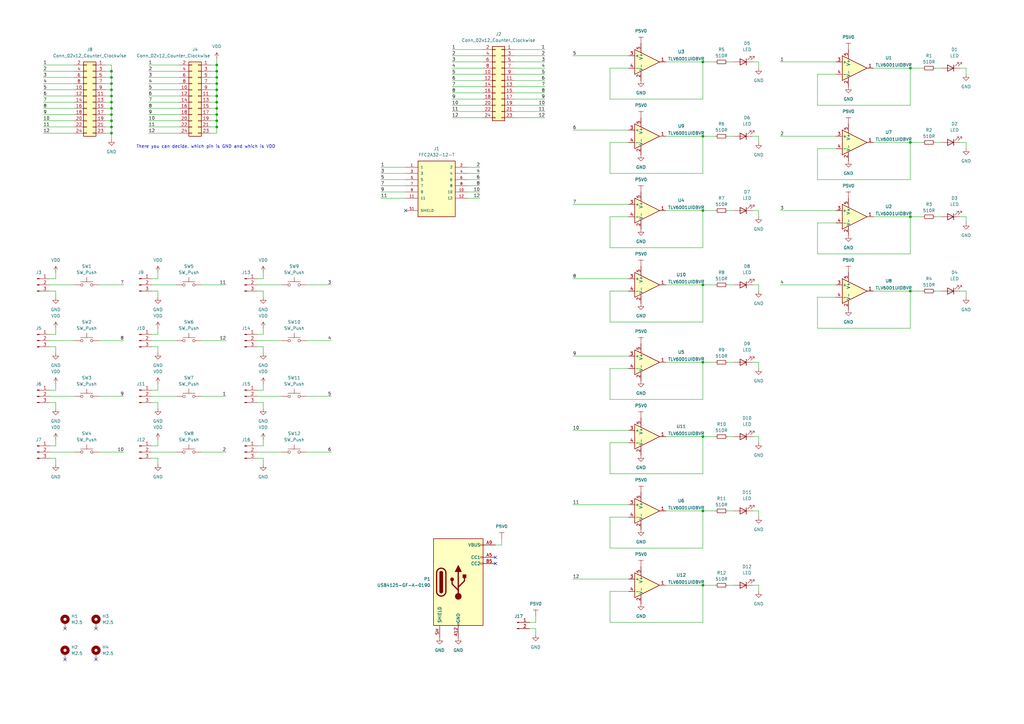
<source format=kicad_sch>
(kicad_sch (version 20230121) (generator eeschema)
  (paper "A3")
  (junction (at 88.9 44.45))
  (junction (at 45.72 41.91))
  (junction (at 88.9 31.75))
  (junction (at 45.72 34.29))
  (junction (at 45.72 49.53))
  (junction (at 288.29 86.36))
  (junction (at 288.29 148.59))
  (junction (at 288.29 25.4))
  (junction (at 288.29 240.03))
  (junction (at 288.29 179.07))
  (junction (at 373.38 27.94))
  (junction (at 45.72 29.21))
  (junction (at 88.9 52.07))
  (junction (at 88.9 26.67))
  (junction (at 288.29 55.88))
  (junction (at 88.9 46.99))
  (junction (at 45.72 46.99))
  (junction (at 373.38 119.38))
  (junction (at 373.38 88.9))
  (junction (at 45.72 44.45))
  (junction (at 288.29 209.55))
  (junction (at 88.9 39.37))
  (junction (at 288.29 116.84))
  (junction (at 88.9 49.53))
  (junction (at 45.72 54.61))
  (junction (at 45.72 39.37))
  (junction (at 45.72 52.07))
  (junction (at 88.9 36.83))
  (junction (at 373.38 58.42))
  (junction (at 88.9 41.91))
  (junction (at 88.9 29.21))
  (junction (at 88.9 34.29))
  (junction (at 45.72 31.75))
  (junction (at 45.72 36.83))
  (no_connect (at 203.2 228.6))
  (no_connect (at 26.67 270.51))
  (no_connect (at 39.37 270.51))
  (no_connect (at 39.37 257.81))
  (no_connect (at 166.37 86.36))
  (no_connect (at 203.2 231.14))
  (no_connect (at 26.67 257.81))
  (wire (pts (xy 20.32 116.84) (xy 30.48 116.84)))
  (wire (pts (xy 393.7 119.38) (xy 396.24 119.38)))
  (wire (pts (xy 20.32 187.96) (xy 22.86 187.96)))
  (wire (pts (xy 288.29 209.55) (xy 293.37 209.55)))
  (wire (pts (xy 273.05 148.59) (xy 288.29 148.59)))
  (wire (pts (xy 298.45 116.84) (xy 300.99 116.84)))
  (wire (pts (xy 257.81 27.94) (xy 250.19 27.94)))
  (wire (pts (xy 288.29 71.12) (xy 288.29 55.88)))
  (wire (pts (xy 298.45 148.59) (xy 300.99 148.59)))
  (wire (pts (xy 30.48 44.45) (xy 17.78 44.45)))
  (wire (pts (xy 396.24 58.42) (xy 396.24 60.96)))
  (wire (pts (xy 257.81 212.09) (xy 250.19 212.09)))
  (wire (pts (xy 92.71 139.7) (xy 82.55 139.7)))
  (wire (pts (xy 288.29 25.4) (xy 293.37 25.4)))
  (wire (pts (xy 288.29 163.83) (xy 288.29 148.59)))
  (wire (pts (xy 30.48 41.91) (xy 17.78 41.91)))
  (wire (pts (xy 88.9 24.13) (xy 88.9 26.67)))
  (wire (pts (xy 88.9 41.91) (xy 86.36 41.91)))
  (wire (pts (xy 383.54 27.94) (xy 386.08 27.94)))
  (wire (pts (xy 383.54 88.9) (xy 386.08 88.9)))
  (wire (pts (xy 45.72 29.21) (xy 45.72 31.75)))
  (wire (pts (xy 88.9 39.37) (xy 88.9 41.91)))
  (wire (pts (xy 342.9 121.92) (xy 335.28 121.92)))
  (wire (pts (xy 373.38 73.66) (xy 373.38 58.42)))
  (wire (pts (xy 396.24 119.38) (xy 396.24 121.92)))
  (wire (pts (xy 107.95 165.1) (xy 107.95 167.64)))
  (wire (pts (xy 234.95 237.49) (xy 257.81 237.49)))
  (wire (pts (xy 210.82 22.86) (xy 223.52 22.86)))
  (wire (pts (xy 308.61 55.88) (xy 311.15 55.88)))
  (wire (pts (xy 288.29 132.08) (xy 288.29 116.84)))
  (wire (pts (xy 257.81 151.13) (xy 250.19 151.13)))
  (wire (pts (xy 22.86 119.38) (xy 22.86 121.92)))
  (wire (pts (xy 73.66 54.61) (xy 60.96 54.61)))
  (wire (pts (xy 198.12 25.4) (xy 185.42 25.4)))
  (wire (pts (xy 210.82 38.1) (xy 223.52 38.1)))
  (wire (pts (xy 45.72 44.45) (xy 45.72 46.99)))
  (wire (pts (xy 73.66 26.67) (xy 60.96 26.67)))
  (wire (pts (xy 88.9 34.29) (xy 86.36 34.29)))
  (wire (pts (xy 88.9 34.29) (xy 88.9 36.83)))
  (wire (pts (xy 250.19 151.13) (xy 250.19 163.83)))
  (wire (pts (xy 298.45 55.88) (xy 300.99 55.88)))
  (wire (pts (xy 30.48 39.37) (xy 17.78 39.37)))
  (wire (pts (xy 156.21 73.66) (xy 166.37 73.66)))
  (wire (pts (xy 217.17 255.27) (xy 219.71 255.27)))
  (wire (pts (xy 43.18 44.45) (xy 45.72 44.45)))
  (wire (pts (xy 64.77 187.96) (xy 64.77 190.5)))
  (wire (pts (xy 62.23 116.84) (xy 72.39 116.84)))
  (wire (pts (xy 73.66 36.83) (xy 60.96 36.83)))
  (wire (pts (xy 105.41 114.3) (xy 107.95 114.3)))
  (wire (pts (xy 288.29 40.64) (xy 288.29 25.4)))
  (wire (pts (xy 88.9 36.83) (xy 88.9 39.37)))
  (wire (pts (xy 92.71 116.84) (xy 82.55 116.84)))
  (wire (pts (xy 311.15 179.07) (xy 311.15 181.61)))
  (wire (pts (xy 45.72 36.83) (xy 45.72 39.37)))
  (wire (pts (xy 45.72 49.53) (xy 45.72 52.07)))
  (wire (pts (xy 234.95 146.05) (xy 257.81 146.05)))
  (wire (pts (xy 210.82 30.48) (xy 223.52 30.48)))
  (wire (pts (xy 20.32 139.7) (xy 30.48 139.7)))
  (wire (pts (xy 320.04 116.84) (xy 342.9 116.84)))
  (wire (pts (xy 43.18 46.99) (xy 45.72 46.99)))
  (wire (pts (xy 105.41 160.02) (xy 107.95 160.02)))
  (wire (pts (xy 234.95 53.34) (xy 257.81 53.34)))
  (wire (pts (xy 250.19 88.9) (xy 250.19 101.6)))
  (wire (pts (xy 250.19 181.61) (xy 250.19 194.31)))
  (wire (pts (xy 373.38 104.14) (xy 373.38 88.9)))
  (wire (pts (xy 43.18 52.07) (xy 45.72 52.07)))
  (wire (pts (xy 107.95 119.38) (xy 107.95 121.92)))
  (wire (pts (xy 30.48 52.07) (xy 17.78 52.07)))
  (wire (pts (xy 234.95 22.86) (xy 257.81 22.86)))
  (wire (pts (xy 373.38 88.9) (xy 378.46 88.9)))
  (wire (pts (xy 22.86 182.88) (xy 22.86 180.34)))
  (wire (pts (xy 105.41 142.24) (xy 107.95 142.24)))
  (wire (pts (xy 311.15 148.59) (xy 311.15 151.13)))
  (wire (pts (xy 43.18 49.53) (xy 45.72 49.53)))
  (wire (pts (xy 250.19 27.94) (xy 250.19 40.64)))
  (wire (pts (xy 135.89 116.84) (xy 125.73 116.84)))
  (wire (pts (xy 92.71 162.56) (xy 82.55 162.56)))
  (wire (pts (xy 22.86 165.1) (xy 22.86 167.64)))
  (wire (pts (xy 30.48 54.61) (xy 17.78 54.61)))
  (wire (pts (xy 45.72 52.07) (xy 45.72 54.61)))
  (wire (pts (xy 311.15 209.55) (xy 311.15 212.09)))
  (wire (pts (xy 335.28 121.92) (xy 335.28 134.62)))
  (wire (pts (xy 358.14 27.94) (xy 373.38 27.94)))
  (wire (pts (xy 335.28 91.44) (xy 335.28 104.14)))
  (wire (pts (xy 342.9 30.48) (xy 335.28 30.48)))
  (wire (pts (xy 234.95 207.01) (xy 257.81 207.01)))
  (wire (pts (xy 205.74 223.52) (xy 205.74 220.98)))
  (wire (pts (xy 64.77 142.24) (xy 64.77 144.78)))
  (wire (pts (xy 250.19 71.12) (xy 288.29 71.12)))
  (wire (pts (xy 308.61 86.36) (xy 311.15 86.36)))
  (wire (pts (xy 62.23 160.02) (xy 64.77 160.02)))
  (wire (pts (xy 135.89 162.56) (xy 125.73 162.56)))
  (wire (pts (xy 105.41 119.38) (xy 107.95 119.38)))
  (wire (pts (xy 393.7 88.9) (xy 396.24 88.9)))
  (wire (pts (xy 20.32 165.1) (xy 22.86 165.1)))
  (wire (pts (xy 298.45 25.4) (xy 300.99 25.4)))
  (wire (pts (xy 20.32 137.16) (xy 22.86 137.16)))
  (wire (pts (xy 191.77 73.66) (xy 196.85 73.66)))
  (wire (pts (xy 273.05 116.84) (xy 288.29 116.84)))
  (wire (pts (xy 250.19 224.79) (xy 288.29 224.79)))
  (wire (pts (xy 43.18 41.91) (xy 45.72 41.91)))
  (wire (pts (xy 88.9 31.75) (xy 86.36 31.75)))
  (wire (pts (xy 203.2 223.52) (xy 205.74 223.52)))
  (wire (pts (xy 105.41 165.1) (xy 107.95 165.1)))
  (wire (pts (xy 383.54 119.38) (xy 386.08 119.38)))
  (wire (pts (xy 43.18 36.83) (xy 45.72 36.83)))
  (wire (pts (xy 342.9 60.96) (xy 335.28 60.96)))
  (wire (pts (xy 311.15 240.03) (xy 311.15 242.57)))
  (wire (pts (xy 273.05 179.07) (xy 288.29 179.07)))
  (wire (pts (xy 156.21 81.28) (xy 166.37 81.28)))
  (wire (pts (xy 62.23 119.38) (xy 64.77 119.38)))
  (wire (pts (xy 50.8 162.56) (xy 40.64 162.56)))
  (wire (pts (xy 88.9 52.07) (xy 86.36 52.07)))
  (wire (pts (xy 88.9 26.67) (xy 88.9 29.21)))
  (wire (pts (xy 30.48 34.29) (xy 17.78 34.29)))
  (wire (pts (xy 45.72 46.99) (xy 45.72 49.53)))
  (wire (pts (xy 210.82 25.4) (xy 223.52 25.4)))
  (wire (pts (xy 335.28 104.14) (xy 373.38 104.14)))
  (wire (pts (xy 105.41 185.42) (xy 115.57 185.42)))
  (wire (pts (xy 383.54 58.42) (xy 386.08 58.42)))
  (wire (pts (xy 62.23 185.42) (xy 72.39 185.42)))
  (wire (pts (xy 64.77 114.3) (xy 64.77 111.76)))
  (wire (pts (xy 22.86 137.16) (xy 22.86 134.62)))
  (wire (pts (xy 198.12 40.64) (xy 185.42 40.64)))
  (wire (pts (xy 30.48 49.53) (xy 17.78 49.53)))
  (wire (pts (xy 64.77 137.16) (xy 64.77 134.62)))
  (wire (pts (xy 288.29 255.27) (xy 288.29 240.03)))
  (wire (pts (xy 250.19 101.6) (xy 288.29 101.6)))
  (wire (pts (xy 198.12 20.32) (xy 185.42 20.32)))
  (wire (pts (xy 30.48 46.99) (xy 17.78 46.99)))
  (wire (pts (xy 107.95 114.3) (xy 107.95 111.76)))
  (wire (pts (xy 43.18 34.29) (xy 45.72 34.29)))
  (wire (pts (xy 288.29 194.31) (xy 288.29 179.07)))
  (wire (pts (xy 30.48 36.83) (xy 17.78 36.83)))
  (wire (pts (xy 320.04 86.36) (xy 342.9 86.36)))
  (wire (pts (xy 88.9 52.07) (xy 88.9 54.61)))
  (wire (pts (xy 73.66 52.07) (xy 60.96 52.07)))
  (wire (pts (xy 88.9 49.53) (xy 86.36 49.53)))
  (wire (pts (xy 156.21 71.12) (xy 166.37 71.12)))
  (wire (pts (xy 45.72 26.67) (xy 45.72 29.21)))
  (wire (pts (xy 64.77 160.02) (xy 64.77 157.48)))
  (wire (pts (xy 45.72 31.75) (xy 45.72 34.29)))
  (wire (pts (xy 62.23 187.96) (xy 64.77 187.96)))
  (wire (pts (xy 73.66 41.91) (xy 60.96 41.91)))
  (wire (pts (xy 62.23 142.24) (xy 64.77 142.24)))
  (wire (pts (xy 107.95 142.24) (xy 107.95 144.78)))
  (wire (pts (xy 105.41 182.88) (xy 107.95 182.88)))
  (wire (pts (xy 156.21 76.2) (xy 166.37 76.2)))
  (wire (pts (xy 73.66 46.99) (xy 60.96 46.99)))
  (wire (pts (xy 88.9 31.75) (xy 88.9 34.29)))
  (wire (pts (xy 335.28 43.18) (xy 373.38 43.18)))
  (wire (pts (xy 20.32 114.3) (xy 22.86 114.3)))
  (wire (pts (xy 219.71 257.81) (xy 219.71 260.35)))
  (wire (pts (xy 43.18 26.67) (xy 45.72 26.67)))
  (wire (pts (xy 198.12 22.86) (xy 185.42 22.86)))
  (wire (pts (xy 191.77 76.2) (xy 196.85 76.2)))
  (wire (pts (xy 250.19 163.83) (xy 288.29 163.83)))
  (wire (pts (xy 298.45 179.07) (xy 300.99 179.07)))
  (wire (pts (xy 156.21 68.58) (xy 166.37 68.58)))
  (wire (pts (xy 250.19 132.08) (xy 288.29 132.08)))
  (wire (pts (xy 288.29 224.79) (xy 288.29 209.55)))
  (wire (pts (xy 210.82 43.18) (xy 223.52 43.18)))
  (wire (pts (xy 288.29 116.84) (xy 293.37 116.84)))
  (wire (pts (xy 88.9 46.99) (xy 86.36 46.99)))
  (wire (pts (xy 135.89 185.42) (xy 125.73 185.42)))
  (wire (pts (xy 234.95 114.3) (xy 257.81 114.3)))
  (wire (pts (xy 288.29 101.6) (xy 288.29 86.36)))
  (wire (pts (xy 135.89 139.7) (xy 125.73 139.7)))
  (wire (pts (xy 308.61 25.4) (xy 311.15 25.4)))
  (wire (pts (xy 335.28 30.48) (xy 335.28 43.18)))
  (wire (pts (xy 257.81 242.57) (xy 250.19 242.57)))
  (wire (pts (xy 335.28 73.66) (xy 373.38 73.66)))
  (wire (pts (xy 273.05 86.36) (xy 288.29 86.36)))
  (wire (pts (xy 22.86 187.96) (xy 22.86 190.5)))
  (wire (pts (xy 22.86 160.02) (xy 22.86 157.48)))
  (wire (pts (xy 308.61 179.07) (xy 311.15 179.07)))
  (wire (pts (xy 198.12 35.56) (xy 185.42 35.56)))
  (wire (pts (xy 288.29 179.07) (xy 293.37 179.07)))
  (wire (pts (xy 273.05 240.03) (xy 288.29 240.03)))
  (wire (pts (xy 88.9 29.21) (xy 88.9 31.75)))
  (wire (pts (xy 373.38 119.38) (xy 378.46 119.38)))
  (wire (pts (xy 43.18 29.21) (xy 45.72 29.21)))
  (wire (pts (xy 20.32 162.56) (xy 30.48 162.56)))
  (wire (pts (xy 311.15 55.88) (xy 311.15 58.42)))
  (wire (pts (xy 198.12 38.1) (xy 185.42 38.1)))
  (wire (pts (xy 20.32 160.02) (xy 22.86 160.02)))
  (wire (pts (xy 298.45 86.36) (xy 300.99 86.36)))
  (wire (pts (xy 234.95 176.53) (xy 257.81 176.53)))
  (wire (pts (xy 320.04 25.4) (xy 342.9 25.4)))
  (wire (pts (xy 250.19 242.57) (xy 250.19 255.27)))
  (wire (pts (xy 373.38 43.18) (xy 373.38 27.94)))
  (wire (pts (xy 62.23 139.7) (xy 72.39 139.7)))
  (wire (pts (xy 105.41 137.16) (xy 107.95 137.16)))
  (wire (pts (xy 191.77 78.74) (xy 196.85 78.74)))
  (wire (pts (xy 50.8 139.7) (xy 40.64 139.7)))
  (wire (pts (xy 88.9 44.45) (xy 88.9 46.99)))
  (wire (pts (xy 373.38 58.42) (xy 378.46 58.42)))
  (wire (pts (xy 22.86 142.24) (xy 22.86 144.78)))
  (wire (pts (xy 88.9 29.21) (xy 86.36 29.21)))
  (wire (pts (xy 358.14 88.9) (xy 373.38 88.9)))
  (wire (pts (xy 43.18 31.75) (xy 45.72 31.75)))
  (wire (pts (xy 43.18 39.37) (xy 45.72 39.37)))
  (wire (pts (xy 191.77 68.58) (xy 196.85 68.58)))
  (wire (pts (xy 250.19 212.09) (xy 250.19 224.79)))
  (wire (pts (xy 257.81 58.42) (xy 250.19 58.42)))
  (wire (pts (xy 105.41 187.96) (xy 107.95 187.96)))
  (wire (pts (xy 198.12 43.18) (xy 185.42 43.18)))
  (wire (pts (xy 273.05 25.4) (xy 288.29 25.4)))
  (wire (pts (xy 250.19 58.42) (xy 250.19 71.12)))
  (wire (pts (xy 358.14 119.38) (xy 373.38 119.38)))
  (wire (pts (xy 373.38 27.94) (xy 378.46 27.94)))
  (wire (pts (xy 217.17 257.81) (xy 219.71 257.81)))
  (wire (pts (xy 393.7 58.42) (xy 396.24 58.42)))
  (wire (pts (xy 45.72 34.29) (xy 45.72 36.83)))
  (wire (pts (xy 250.19 194.31) (xy 288.29 194.31)))
  (wire (pts (xy 311.15 116.84) (xy 311.15 119.38)))
  (wire (pts (xy 373.38 134.62) (xy 373.38 119.38)))
  (wire (pts (xy 210.82 27.94) (xy 223.52 27.94)))
  (wire (pts (xy 62.23 137.16) (xy 64.77 137.16)))
  (wire (pts (xy 88.9 46.99) (xy 88.9 49.53)))
  (wire (pts (xy 107.95 182.88) (xy 107.95 180.34)))
  (wire (pts (xy 20.32 182.88) (xy 22.86 182.88)))
  (wire (pts (xy 88.9 49.53) (xy 88.9 52.07)))
  (wire (pts (xy 62.23 165.1) (xy 64.77 165.1)))
  (wire (pts (xy 335.28 134.62) (xy 373.38 134.62)))
  (wire (pts (xy 288.29 86.36) (xy 293.37 86.36)))
  (wire (pts (xy 73.66 29.21) (xy 60.96 29.21)))
  (wire (pts (xy 64.77 165.1) (xy 64.77 167.64)))
  (wire (pts (xy 396.24 27.94) (xy 396.24 30.48)))
  (wire (pts (xy 210.82 48.26) (xy 223.52 48.26)))
  (wire (pts (xy 308.61 116.84) (xy 311.15 116.84)))
  (wire (pts (xy 250.19 255.27) (xy 288.29 255.27)))
  (wire (pts (xy 210.82 45.72) (xy 223.52 45.72)))
  (wire (pts (xy 198.12 33.02) (xy 185.42 33.02)))
  (wire (pts (xy 88.9 39.37) (xy 86.36 39.37)))
  (wire (pts (xy 257.81 88.9) (xy 250.19 88.9)))
  (wire (pts (xy 64.77 119.38) (xy 64.77 121.92)))
  (wire (pts (xy 342.9 91.44) (xy 335.28 91.44)))
  (wire (pts (xy 107.95 137.16) (xy 107.95 134.62)))
  (wire (pts (xy 210.82 35.56) (xy 223.52 35.56)))
  (wire (pts (xy 73.66 49.53) (xy 60.96 49.53)))
  (wire (pts (xy 88.9 41.91) (xy 88.9 44.45)))
  (wire (pts (xy 257.81 119.38) (xy 250.19 119.38)))
  (wire (pts (xy 45.72 39.37) (xy 45.72 41.91)))
  (wire (pts (xy 198.12 30.48) (xy 185.42 30.48)))
  (wire (pts (xy 308.61 240.03) (xy 311.15 240.03)))
  (wire (pts (xy 191.77 71.12) (xy 196.85 71.12)))
  (wire (pts (xy 198.12 48.26) (xy 185.42 48.26)))
  (wire (pts (xy 30.48 31.75) (xy 17.78 31.75)))
  (wire (pts (xy 30.48 26.67) (xy 17.78 26.67)))
  (wire (pts (xy 62.23 114.3) (xy 64.77 114.3)))
  (wire (pts (xy 73.66 31.75) (xy 60.96 31.75)))
  (wire (pts (xy 64.77 182.88) (xy 64.77 180.34)))
  (wire (pts (xy 62.23 182.88) (xy 64.77 182.88)))
  (wire (pts (xy 88.9 44.45) (xy 86.36 44.45)))
  (wire (pts (xy 88.9 36.83) (xy 86.36 36.83)))
  (wire (pts (xy 288.29 148.59) (xy 293.37 148.59)))
  (wire (pts (xy 20.32 142.24) (xy 22.86 142.24)))
  (wire (pts (xy 45.72 41.91) (xy 45.72 44.45)))
  (wire (pts (xy 107.95 160.02) (xy 107.95 157.48)))
  (wire (pts (xy 320.04 55.88) (xy 342.9 55.88)))
  (wire (pts (xy 298.45 240.03) (xy 300.99 240.03)))
  (wire (pts (xy 20.32 119.38) (xy 22.86 119.38)))
  (wire (pts (xy 210.82 20.32) (xy 223.52 20.32)))
  (wire (pts (xy 22.86 114.3) (xy 22.86 111.76)))
  (wire (pts (xy 219.71 255.27) (xy 219.71 252.73)))
  (wire (pts (xy 393.7 27.94) (xy 396.24 27.94)))
  (wire (pts (xy 105.41 116.84) (xy 115.57 116.84)))
  (wire (pts (xy 250.19 119.38) (xy 250.19 132.08)))
  (wire (pts (xy 273.05 209.55) (xy 288.29 209.55)))
  (wire (pts (xy 234.95 83.82) (xy 257.81 83.82)))
  (wire (pts (xy 210.82 33.02) (xy 223.52 33.02)))
  (wire (pts (xy 92.71 185.42) (xy 82.55 185.42)))
  (wire (pts (xy 45.72 54.61) (xy 45.72 57.15)))
  (wire (pts (xy 105.41 162.56) (xy 115.57 162.56)))
  (wire (pts (xy 62.23 162.56) (xy 72.39 162.56)))
  (wire (pts (xy 257.81 181.61) (xy 250.19 181.61)))
  (wire (pts (xy 311.15 25.4) (xy 311.15 27.94)))
  (wire (pts (xy 308.61 148.59) (xy 311.15 148.59)))
  (wire (pts (xy 250.19 40.64) (xy 288.29 40.64)))
  (wire (pts (xy 20.32 185.42) (xy 30.48 185.42)))
  (wire (pts (xy 88.9 26.67) (xy 86.36 26.67)))
  (wire (pts (xy 50.8 185.42) (xy 40.64 185.42)))
  (wire (pts (xy 88.9 54.61) (xy 86.36 54.61)))
  (wire (pts (xy 335.28 60.96) (xy 335.28 73.66)))
  (wire (pts (xy 298.45 209.55) (xy 300.99 209.55)))
  (wire (pts (xy 73.66 39.37) (xy 60.96 39.37)))
  (wire (pts (xy 358.14 58.42) (xy 373.38 58.42)))
  (wire (pts (xy 396.24 88.9) (xy 396.24 91.44)))
  (wire (pts (xy 288.29 55.88) (xy 293.37 55.88)))
  (wire (pts (xy 198.12 27.94) (xy 185.42 27.94)))
  (wire (pts (xy 210.82 40.64) (xy 223.52 40.64)))
  (wire (pts (xy 105.41 139.7) (xy 115.57 139.7)))
  (wire (pts (xy 288.29 240.03) (xy 293.37 240.03)))
  (wire (pts (xy 107.95 187.96) (xy 107.95 190.5)))
  (wire (pts (xy 73.66 34.29) (xy 60.96 34.29)))
  (wire (pts (xy 50.8 116.84) (xy 40.64 116.84)))
  (wire (pts (xy 156.21 78.74) (xy 166.37 78.74)))
  (wire (pts (xy 43.18 54.61) (xy 45.72 54.61)))
  (wire (pts (xy 30.48 29.21) (xy 17.78 29.21)))
  (wire (pts (xy 191.77 81.28) (xy 196.85 81.28)))
  (wire (pts (xy 311.15 86.36) (xy 311.15 88.9)))
  (wire (pts (xy 308.61 209.55) (xy 311.15 209.55)))
  (wire (pts (xy 273.05 55.88) (xy 288.29 55.88)))
  (wire (pts (xy 73.66 44.45) (xy 60.96 44.45)))
  (wire (pts (xy 198.12 45.72) (xy 185.42 45.72)))
  (text "There you can decide, which pin is GND and which is VDD" (at 55.88 60.96 0) (effects (font (size 1.27 1.27)) (justify left bottom)))
  (label "5" (at 17.78 36.83 0))
  (label "12" (at 17.78 54.61 0))
  (label "6" (at 196.85 73.66 180))
  (label "12" (at 60.96 54.61 0))
  (label "3" (at 156.21 71.12 0))
  (label "4" (at 320.04 116.84 0))
  (label "1" (at 320.04 25.4 0))
  (label "11" (at 185.42 45.72 0))
  (label "9" (at 60.96 46.99 0))
  (label "10" (at 17.78 49.53 0))
  (label "11" (at 156.21 81.28 0))
  (label "12" (at 234.95 237.49 0))
  (label "9" (at 223.52 40.64 180))
  (label "10" (at 50.8 185.42 180))
  (label "6" (at 135.89 185.42 180))
  (label "9" (at 234.95 146.05 0))
  (label "11" (at 223.52 45.72 180))
  (label "7" (at 60.96 41.91 0))
  (label "2" (at 92.71 185.42 180))
  (label "9" (at 50.8 162.56 180))
  (label "9" (at 185.42 40.64 0))
  (label "8" (at 50.8 139.7 180))
  (label "11" (at 234.95 207.01 0))
  (label "10" (at 223.52 43.18 180))
  (label "5" (at 223.52 30.48 180))
  (label "4" (at 135.89 139.7 180))
  (label "9" (at 156.21 78.74 0))
  (label "1" (at 92.71 162.56 180))
  (label "2" (at 320.04 55.88 0))
  (label "1" (at 185.42 20.32 0))
  (label "8" (at 234.95 114.3 0))
  (label "6" (at 223.52 33.02 180))
  (label "1" (at 223.52 20.32 180))
  (label "4" (at 60.96 34.29 0))
  (label "8" (at 196.85 76.2 180))
  (label "7" (at 156.21 76.2 0))
  (label "3" (at 60.96 31.75 0))
  (label "12" (at 92.71 139.7 180))
  (label "6" (at 17.78 39.37 0))
  (label "10" (at 234.95 176.53 0))
  (label "2" (at 196.85 68.58 180))
  (label "2" (at 60.96 29.21 0))
  (label "6" (at 185.42 33.02 0))
  (label "5" (at 135.89 162.56 180))
  (label "8" (at 185.42 38.1 0))
  (label "2" (at 223.52 22.86 180))
  (label "11" (at 17.78 52.07 0))
  (label "1" (at 156.21 68.58 0))
  (label "3" (at 17.78 31.75 0))
  (label "4" (at 17.78 34.29 0))
  (label "4" (at 185.42 27.94 0))
  (label "2" (at 17.78 29.21 0))
  (label "8" (at 60.96 44.45 0))
  (label "1" (at 60.96 26.67 0))
  (label "7" (at 17.78 41.91 0))
  (label "6" (at 60.96 39.37 0))
  (label "8" (at 223.52 38.1 180))
  (label "5" (at 234.95 22.86 0))
  (label "4" (at 196.85 71.12 180))
  (label "6" (at 234.95 53.34 0))
  (label "9" (at 17.78 46.99 0))
  (label "3" (at 320.04 86.36 0))
  (label "12" (at 196.85 81.28 180))
  (label "8" (at 17.78 44.45 0))
  (label "1" (at 17.78 26.67 0))
  (label "11" (at 92.71 116.84 180))
  (label "12" (at 223.52 48.26 180))
  (label "5" (at 60.96 36.83 0))
  (label "3" (at 185.42 25.4 0))
  (label "3" (at 223.52 25.4 180))
  (label "10" (at 185.42 43.18 0))
  (label "3" (at 135.89 116.84 180))
  (label "5" (at 185.42 30.48 0))
  (label "10" (at 60.96 49.53 0))
  (label "10" (at 196.85 78.74 180))
  (label "7" (at 185.42 35.56 0))
  (label "11" (at 60.96 52.07 0))
  (label "7" (at 50.8 116.84 180))
  (label "7" (at 234.95 83.82 0))
  (label "2" (at 185.42 22.86 0))
  (label "7" (at 223.52 35.56 180))
  (label "5" (at 156.21 73.66 0))
  (label "12" (at 185.42 48.26 0))
  (label "4" (at 223.52 27.94 180))
  (symbol (lib_id "RackLab_PowerSymbols:P5V0") (at 262.89 109.22 0) (unit 1)
    (property "Reference" "#PWR050" (effects hide))
    (property "Value" "P5V0" (at 262.89 104.14 0))
  )
  (symbol (lib_id "RackLab_Lib:TLV6001UIDBVR ") (at 262.89 179.07 0) (unit 1)
    (property "Reference" "U11" (at 279.4 174.8791 0))
    (property "Value" "TLV6001UIDBVR " (at 281.94 177.8 0))
    (property "Footprint" "Package_TO_SOT_SMD:SOT-23-5" (effects hide))
    (property "Datasheet" "http://www.ti.com/lit/ds/symlink/tlv6001.pdf" (effects hide))
    (property "Part Number" "TLV6001UIDBVR " (effects hide))
    (property "Manufacturer" "Texas Instruments" (effects hide))
  )
  (symbol (lib_id "power:GND") (at 347.98 35.56 0) (unit 1)
    (property "Reference" "#PWR030" (effects hide))
    (property "Value" "GND" (at 347.98 40.64 0))
  )
  (symbol (lib_id "Connector:Conn_01x03_Pin") (at 100.33 116.84 0) (unit 1)
    (property "Reference" "J13" (at 100.965 111.76 0))
    (property "Value" "Conn_01x03_Pin" (effects hide))
    (property "Footprint" "Connector_PinHeader_2.54mm:PinHeader_1x03_P2.54mm_Vertical" (effects hide))
    (property "Manufacturer" "Amphenol FCI" (effects hide))
    (property "Part Number" "68002-403HLF" (effects hide))
  )
  (symbol (lib_id "Device:R_Small") (at 381 58.42 90) (unit 1)
    (property "Reference" "R2" (at 381 53.34 90))
    (property "Value" "510R" (at 381 55.88 90))
    (property "Footprint" "Resistor_SMD:R_0603_1608Metric_Pad0.98x0.95mm_HandSolder" (effects hide))
    (property "Manufacturer" "Kamaya" (effects hide))
    (property "Part Number" "RMC1/16-511JTP" (effects hide))
  )
  (symbol (lib_id "power:GND") (at 64.77 121.92 0) (unit 1)
    (property "Reference" "#PWR013" (effects hide))
    (property "Value" "GND" (at 64.77 127 0))
  )
  (symbol (lib_id "Device:LED") (at 304.8 240.03 180) (unit 1)
    (property "Reference" "D12" (at 306.3875 232.41 0))
    (property "Value" "LED" (at 306.3875 234.95 0))
    (property "Footprint" "LED_SMD:LED_0603_1608Metric_Pad1.05x0.95mm_HandSolder" (effects hide))
    (property "Manufacturer" "Wurth Elektronik" (effects hide))
    (property "Part Number" "150060BS75000" (effects hide))
  )
  (symbol (lib_id "RackLab_Lib:TLV6001UIDBVR ") (at 347.98 119.38 0) (unit 1)
    (property "Reference" "U8" (at 364.49 115.1891 0))
    (property "Value" "TLV6001UIDBVR " (at 367.03 118.11 0))
    (property "Footprint" "Package_TO_SOT_SMD:SOT-23-5" (effects hide))
    (property "Datasheet" "http://www.ti.com/lit/ds/symlink/tlv6001.pdf" (effects hide))
    (property "Part Number" "TLV6001UIDBVR " (effects hide))
    (property "Manufacturer" "Texas Instruments" (effects hide))
  )
  (symbol (lib_id "Device:R_Small") (at 295.91 116.84 90) (unit 1)
    (property "Reference" "R8" (at 295.91 111.76 90))
    (property "Value" "510R" (at 295.91 114.3 90))
    (property "Footprint" "Resistor_SMD:R_0603_1608Metric_Pad0.98x0.95mm_HandSolder" (effects hide))
    (property "Manufacturer" "Kamaya" (effects hide))
    (property "Part Number" "RMC1/16-511JTP" (effects hide))
  )
  (symbol (lib_id "power:VDD") (at 107.95 180.34 0) (mirror y) (unit 1)
    (property "Reference" "#PWR026" (effects hide))
    (property "Value" "VDD" (at 107.95 175.26 0))
  )
  (symbol (lib_id "Switch:SW_Push") (at 77.47 116.84 0) (unit 1)
    (property "Reference" "SW5" (at 77.47 109.22 0))
    (property "Value" "SW_Push" (at 77.47 111.76 0))
    (property "Footprint" "Button_Switch_THT:SW_PUSH_6mm_H5mm" (effects hide))
    (property "Manufacturer" "CUI Devices" (effects hide))
    (property "Part Number" "TS02-66-70-BK-100-SCR-D" (effects hide))
  )
  (symbol (lib_id "power:VDD") (at 88.9 24.13 0) (mirror y) (unit 1)
    (property "Reference" "#PWR04" (effects hide))
    (property "Value" "VDD" (at 88.9 19.05 0))
  )
  (symbol (lib_id "Switch:SW_Push") (at 35.56 185.42 0) (unit 1)
    (property "Reference" "SW4" (at 35.56 177.8 0))
    (property "Value" "SW_Push" (at 35.56 180.34 0))
    (property "Footprint" "Button_Switch_THT:SW_PUSH_6mm_H5mm" (effects hide))
    (property "Manufacturer" "CUI Devices" (effects hide))
    (property "Part Number" "TS02-66-70-BK-100-SCR-D" (effects hide))
  )
  (symbol (lib_id "power:GND") (at 311.15 181.61 0) (unit 1)
    (property "Reference" "#PWR065" (effects hide))
    (property "Value" "GND" (at 311.15 186.69 0))
  )
  (symbol (lib_id "Switch:SW_Push") (at 77.47 185.42 0) (unit 1)
    (property "Reference" "SW8" (at 77.47 177.8 0))
    (property "Value" "SW_Push" (at 77.47 180.34 0))
    (property "Footprint" "Button_Switch_THT:SW_PUSH_6mm_H5mm" (effects hide))
    (property "Manufacturer" "CUI Devices" (effects hide))
    (property "Part Number" "TS02-66-70-BK-100-SCR-D" (effects hide))
  )
  (symbol (lib_id "power:GND") (at 107.95 190.5 0) (unit 1)
    (property "Reference" "#PWR027" (effects hide))
    (property "Value" "GND" (at 107.95 195.58 0))
  )
  (symbol (lib_id "Device:LED") (at 389.89 27.94 180) (unit 1)
    (property "Reference" "D1" (at 391.4775 20.32 0))
    (property "Value" "LED" (at 391.4775 22.86 0))
    (property "Footprint" "LED_SMD:LED_0603_1608Metric_Pad1.05x0.95mm_HandSolder" (effects hide))
    (property "Manufacturer" "Wurth Elektronik" (effects hide))
    (property "Part Number" "150060BS75000" (effects hide))
  )
  (symbol (lib_id "power:GND") (at 22.86 190.5 0) (unit 1)
    (property "Reference" "#PWR011" (effects hide))
    (property "Value" "GND" (at 22.86 195.58 0))
  )
  (symbol (lib_id "power:GND") (at 262.89 33.02 0) (unit 1)
    (property "Reference" "#PWR045" (effects hide))
    (property "Value" "GND" (at 262.89 38.1 0))
  )
  (symbol (lib_id "Device:R_Small") (at 295.91 148.59 90) (unit 1)
    (property "Reference" "R9" (at 295.91 143.51 90))
    (property "Value" "510R" (at 295.91 146.05 90))
    (property "Footprint" "Resistor_SMD:R_0603_1608Metric_Pad0.98x0.95mm_HandSolder" (effects hide))
    (property "Manufacturer" "Kamaya" (effects hide))
    (property "Part Number" "RMC1/16-511JTP" (effects hide))
  )
  (symbol (lib_id "RackLab_Lib:TLV6001UIDBVR ") (at 347.98 88.9 0) (unit 1)
    (property "Reference" "U2" (at 364.49 84.7091 0))
    (property "Value" "TLV6001UIDBVR " (at 367.03 87.63 0))
    (property "Footprint" "Package_TO_SOT_SMD:SOT-23-5" (effects hide))
    (property "Datasheet" "http://www.ti.com/lit/ds/symlink/tlv6001.pdf" (effects hide))
    (property "Part Number" "TLV6001UIDBVR " (effects hide))
    (property "Manufacturer" "Texas Instruments" (effects hide))
  )
  (symbol (lib_id "Device:R_Small") (at 381 119.38 90) (unit 1)
    (property "Reference" "R4" (at 381 114.3 90))
    (property "Value" "510R" (at 381 116.84 90))
    (property "Footprint" "Resistor_SMD:R_0603_1608Metric_Pad0.98x0.95mm_HandSolder" (effects hide))
    (property "Manufacturer" "Kamaya" (effects hide))
    (property "Part Number" "RMC1/16-511JTP" (effects hide))
  )
  (symbol (lib_id "power:GND") (at 347.98 127 0) (unit 1)
    (property "Reference" "#PWR041" (effects hide))
    (property "Value" "GND" (at 347.98 132.08 0))
  )
  (symbol (lib_id "power:VDD") (at 107.95 157.48 0) (mirror y) (unit 1)
    (property "Reference" "#PWR024" (effects hide))
    (property "Value" "VDD" (at 107.95 152.4 0))
  )
  (symbol (lib_id "Connector:Conn_01x03_Pin") (at 57.15 185.42 0) (unit 1)
    (property "Reference" "J12" (at 57.785 180.34 0))
    (property "Value" "Conn_01x03_Pin" (effects hide))
    (property "Footprint" "Connector_PinHeader_2.54mm:PinHeader_1x03_P2.54mm_Vertical" (effects hide))
    (property "Manufacturer" "Amphenol FCI" (effects hide))
    (property "Part Number" "68002-403HLF" (effects hide))
  )
  (symbol (lib_id "power:GND") (at 262.89 186.69 0) (unit 1)
    (property "Reference" "#PWR059" (effects hide))
    (property "Value" "GND" (at 262.89 191.77 0))
  )
  (symbol (lib_id "Connector_Generic:Conn_02x12_Odd_Even") (at 81.28 39.37 0) (mirror y) (unit 1)
    (property "Reference" "J4" (at 80.01 20.32 0))
    (property "Value" "Conn_02x12_Counter_Clockwise" (at 71.12 22.86 0))
    (property "Footprint" "Connector_PinHeader_2.54mm:PinHeader_2x12_P2.54mm_Vertical" (effects hide))
    (property "Manufacturer" "Amphenol FCI" (effects hide))
    (property "Part Number" "10129381-924001BLF" (effects hide))
  )
  (symbol (lib_id "power:GND") (at 396.24 121.92 0) (unit 1)
    (property "Reference" "#PWR043" (effects hide))
    (property "Value" "GND" (at 396.24 127 0))
  )
  (symbol (lib_id "RackLab_PowerSymbols:P5V0") (at 262.89 201.93 0) (unit 1)
    (property "Reference" "#PWR060" (effects hide))
    (property "Value" "P5V0" (at 262.89 196.85 0))
  )
  (symbol (lib_id "Connector:Conn_01x02_Pin") (at 212.09 255.27 0) (unit 1)
    (property "Reference" "J17" (at 212.725 252.73 0))
    (property "Value" "Conn_01x02_Pin" (effects hide))
    (property "Footprint" "Connector_PinHeader_2.54mm:PinHeader_1x02_P2.54mm_Vertical" (effects hide))
  )
  (symbol (lib_id "Switch:SW_Push") (at 120.65 185.42 0) (unit 1)
    (property "Reference" "SW12" (at 120.65 177.8 0))
    (property "Value" "SW_Push" (at 120.65 180.34 0))
    (property "Footprint" "Button_Switch_THT:SW_PUSH_6mm_H5mm" (effects hide))
    (property "Manufacturer" "CUI Devices" (effects hide))
    (property "Part Number" "TS02-66-70-BK-100-SCR-D" (effects hide))
  )
  (symbol (lib_id "RackLab_PowerSymbols:P5V0") (at 347.98 50.8 0) (unit 1)
    (property "Reference" "#PWR035" (effects hide))
    (property "Value" "P5V0" (at 347.98 45.72 0))
  )
  (symbol (lib_id "RackLab_PowerSymbols:P5V0") (at 205.74 220.98 0) (unit 1)
    (property "Reference" "#PWR031" (effects hide))
    (property "Value" "P5V0" (at 205.74 215.9 0))
  )
  (symbol (lib_id "RackLab_PowerSymbols:P5V0") (at 262.89 232.41 0) (unit 1)
    (property "Reference" "#PWR062" (effects hide))
    (property "Value" "P5V0" (at 262.89 227.33 0))
  )
  (symbol (lib_id "Connector:Conn_01x03_Pin") (at 15.24 185.42 0) (unit 1)
    (property "Reference" "J7" (at 15.875 180.34 0))
    (property "Value" "Conn_01x03_Pin" (effects hide))
    (property "Footprint" "Connector_PinHeader_2.54mm:PinHeader_1x03_P2.54mm_Vertical" (effects hide))
    (property "Manufacturer" "Amphenol FCI" (effects hide))
    (property "Part Number" "68002-403HLF" (effects hide))
  )
  (symbol (lib_id "power:GND") (at 311.15 151.13 0) (unit 1)
    (property "Reference" "#PWR064" (effects hide))
    (property "Value" "GND" (at 311.15 156.21 0))
  )
  (symbol (lib_id "Connector:Conn_01x03_Pin") (at 57.15 162.56 0) (unit 1)
    (property "Reference" "J11" (at 57.785 157.48 0))
    (property "Value" "Conn_01x03_Pin" (effects hide))
    (property "Footprint" "Connector_PinHeader_2.54mm:PinHeader_1x03_P2.54mm_Vertical" (effects hide))
    (property "Manufacturer" "Amphenol FCI" (effects hide))
    (property "Part Number" "68002-403HLF" (effects hide))
  )
  (symbol (lib_id "RackLab_PowerSymbols:P5V0") (at 262.89 140.97 0) (unit 1)
    (property "Reference" "#PWR056" (effects hide))
    (property "Value" "P5V0" (at 262.89 135.89 0))
  )
  (symbol (lib_id "Device:LED") (at 304.8 179.07 180) (unit 1)
    (property "Reference" "D10" (at 306.3875 171.45 0))
    (property "Value" "LED" (at 306.3875 173.99 0))
    (property "Footprint" "LED_SMD:LED_0603_1608Metric_Pad1.05x0.95mm_HandSolder" (effects hide))
    (property "Manufacturer" "Wurth Elektronik" (effects hide))
    (property "Part Number" "150060BS75000" (effects hide))
  )
  (symbol (lib_id "Switch:SW_Push") (at 35.56 116.84 0) (unit 1)
    (property "Reference" "SW1" (at 35.56 109.22 0))
    (property "Value" "SW_Push" (at 35.56 111.76 0))
    (property "Footprint" "Button_Switch_THT:SW_PUSH_6mm_H5mm" (effects hide))
    (property "Manufacturer" "CUI Devices" (effects hide))
    (property "Part Number" "TS02-66-70-BK-100-SCR-D" (effects hide))
  )
  (symbol (lib_id "RackLab_Lib:TLV6001UIDBVR ") (at 262.89 25.4 0) (unit 1)
    (property "Reference" "U3" (at 279.4 21.2091 0))
    (property "Value" "TLV6001UIDBVR " (at 281.94 24.13 0))
    (property "Footprint" "Package_TO_SOT_SMD:SOT-23-5" (effects hide))
    (property "Datasheet" "http://www.ti.com/lit/ds/symlink/tlv6001.pdf" (effects hide))
    (property "Part Number" "TLV6001UIDBVR " (effects hide))
    (property "Manufacturer" "Texas Instruments" (effects hide))
  )
  (symbol (lib_id "power:VDD") (at 22.86 134.62 0) (mirror y) (unit 1)
    (property "Reference" "#PWR06" (effects hide))
    (property "Value" "VDD" (at 22.86 129.54 0))
  )
  (symbol (lib_id "Device:LED") (at 304.8 116.84 180) (unit 1)
    (property "Reference" "D8" (at 306.3875 109.22 0))
    (property "Value" "LED" (at 306.3875 111.76 0))
    (property "Footprint" "LED_SMD:LED_0603_1608Metric_Pad1.05x0.95mm_HandSolder" (effects hide))
    (property "Manufacturer" "Wurth Elektronik" (effects hide))
    (property "Part Number" "150060BS75000" (effects hide))
  )
  (symbol (lib_id "power:GND") (at 396.24 60.96 0) (unit 1)
    (property "Reference" "#PWR037" (effects hide))
    (property "Value" "GND" (at 396.24 66.04 0))
  )
  (symbol (lib_id "power:GND") (at 22.86 121.92 0) (unit 1)
    (property "Reference" "#PWR05" (effects hide))
    (property "Value" "GND" (at 22.86 127 0))
  )
  (symbol (lib_id "Mechanical:MountingHole_Pad") (at 26.67 267.97 0) (unit 1) (in_bom no)
    (property "Reference" "H2" (at 29.21 265.43 0) (effects (justify left)))
    (property "Value" "M2.5" (at 29.21 267.97 0) (effects (justify left)))
    (property "Footprint" "MountingHole:MountingHole_2.7mm_M2.5_ISO7380_Pad" (effects hide))
  )
  (symbol (lib_id "Connector_Generic:Conn_02x12_Odd_Even") (at 38.1 39.37 0) (mirror y) (unit 1)
    (property "Reference" "J8" (at 36.83 20.32 0))
    (property "Value" "Conn_02x12_Counter_Clockwise" (at 36.83 22.86 0))
    (property "Footprint" "Connector_PinHeader_2.54mm:PinHeader_2x12_P2.54mm_Vertical" (effects hide))
    (property "Manufacturer" "Amphenol FCI" (effects hide))
    (property "Part Number" "10129381-924001BLF" (effects hide))
  )
  (symbol (lib_id "RackLab_Lib:TLV6001UIDBVR ") (at 262.89 116.84 0) (unit 1)
    (property "Reference" "U10" (at 279.4 112.6491 0))
    (property "Value" "TLV6001UIDBVR " (at 281.94 115.57 0))
    (property "Footprint" "Package_TO_SOT_SMD:SOT-23-5" (effects hide))
    (property "Datasheet" "http://www.ti.com/lit/ds/symlink/tlv6001.pdf" (effects hide))
    (property "Part Number" "TLV6001UIDBVR " (effects hide))
    (property "Manufacturer" "Texas Instruments" (effects hide))
  )
  (symbol (lib_id "power:GND") (at 187.96 261.62 0) (unit 1)
    (property "Reference" "#PWR029" (effects hide))
    (property "Value" "GND" (at 187.96 266.7 0))
  )
  (symbol (lib_id "RackLab_PowerSymbols:P5V0") (at 347.98 111.76 0) (unit 1)
    (property "Reference" "#PWR040" (effects hide))
    (property "Value" "P5V0" (at 347.98 106.68 0))
  )
  (symbol (lib_id "power:GND") (at 107.95 121.92 0) (unit 1)
    (property "Reference" "#PWR021" (effects hide))
    (property "Value" "GND" (at 107.95 127 0))
  )
  (symbol (lib_id "Device:LED") (at 304.8 25.4 180) (unit 1)
    (property "Reference" "D5" (at 306.3875 17.78 0))
    (property "Value" "LED" (at 306.3875 20.32 0))
    (property "Footprint" "LED_SMD:LED_0603_1608Metric_Pad1.05x0.95mm_HandSolder" (effects hide))
    (property "Manufacturer" "Wurth Elektronik" (effects hide))
    (property "Part Number" "150060BS75000" (effects hide))
  )
  (symbol (lib_id "Connector_Generic:Conn_02x12_Odd_Even") (at 205.74 33.02 0) (mirror y) (unit 1)
    (property "Reference" "J2" (at 204.47 13.97 0))
    (property "Value" "Conn_02x12_Counter_Clockwise" (at 204.47 16.51 0))
    (property "Footprint" "Connector_PinHeader_2.54mm:PinHeader_2x12_P2.54mm_Vertical" (effects hide))
    (property "Manufacturer" "Amphenol FCI" (effects hide))
    (property "Part Number" "10129381-924001BLF" (effects hide))
  )
  (symbol (lib_id "power:GND") (at 64.77 190.5 0) (unit 1)
    (property "Reference" "#PWR019" (effects hide))
    (property "Value" "GND" (at 64.77 195.58 0))
  )
  (symbol (lib_id "RackLab_Lib:FFC2A32-12-T") (at 179.07 76.2 0) (unit 1)
    (property "Reference" "J1" (at 179.07 60.96 0))
    (property "Value" "FFC2A32-12-T" (at 179.07 63.5 0))
    (property "Footprint" "RackLab:FFC2A32-12-T" (effects hide))
    (property "Part Number" "FFC2A32-12-T" (effects hide))
    (property "Manufacturer" "GCT" (effects hide))
  )
  (symbol (lib_id "Device:R_Small") (at 295.91 55.88 90) (unit 1)
    (property "Reference" "R6" (at 295.91 50.8 90))
    (property "Value" "510R" (at 295.91 53.34 90))
    (property "Footprint" "Resistor_SMD:R_0603_1608Metric_Pad0.98x0.95mm_HandSolder" (effects hide))
    (property "Manufacturer" "Kamaya" (effects hide))
    (property "Part Number" "RMC1/16-511JTP" (effects hide))
  )
  (symbol (lib_id "RackLab_Lib:TLV6001UIDBVR ") (at 347.98 58.42 0) (unit 1)
    (property "Reference" "U7" (at 364.49 54.2291 0))
    (property "Value" "TLV6001UIDBVR " (at 367.03 57.15 0))
    (property "Footprint" "Package_TO_SOT_SMD:SOT-23-5" (effects hide))
    (property "Datasheet" "http://www.ti.com/lit/ds/symlink/tlv6001.pdf" (effects hide))
    (property "Part Number" "TLV6001UIDBVR " (effects hide))
    (property "Manufacturer" "Texas Instruments" (effects hide))
  )
  (symbol (lib_id "Switch:SW_Push") (at 120.65 139.7 0) (unit 1)
    (property "Reference" "SW10" (at 120.65 132.08 0))
    (property "Value" "SW_Push" (at 120.65 134.62 0))
    (property "Footprint" "Button_Switch_THT:SW_PUSH_6mm_H5mm" (effects hide))
    (property "Manufacturer" "CUI Devices" (effects hide))
    (property "Part Number" "TS02-66-70-BK-100-SCR-D" (effects hide))
  )
  (symbol (lib_id "RackLab_Lib:TLV6001UIDBVR ") (at 262.89 86.36 0) (unit 1)
    (property "Reference" "U4" (at 279.4 82.1691 0))
    (property "Value" "TLV6001UIDBVR " (at 281.94 85.09 0))
    (property "Footprint" "Package_TO_SOT_SMD:SOT-23-5" (effects hide))
    (property "Datasheet" "http://www.ti.com/lit/ds/symlink/tlv6001.pdf" (effects hide))
    (property "Part Number" "TLV6001UIDBVR " (effects hide))
    (property "Manufacturer" "Texas Instruments" (effects hide))
  )
  (symbol (lib_id "power:GND") (at 311.15 88.9 0) (unit 1)
    (property "Reference" "#PWR054" (effects hide))
    (property "Value" "GND" (at 311.15 93.98 0))
  )
  (symbol (lib_id "RackLab_Lib:TLV6001UIDBVR ") (at 347.98 27.94 0) (unit 1)
    (property "Reference" "U1" (at 364.49 23.7491 0))
    (property "Value" "TLV6001UIDBVR " (at 367.03 26.67 0))
    (property "Footprint" "Package_TO_SOT_SMD:SOT-23-5" (effects hide))
    (property "Datasheet" "http://www.ti.com/lit/ds/symlink/tlv6001.pdf" (effects hide))
    (property "Part Number" "TLV6001UIDBVR " (effects hide))
    (property "Manufacturer" "Texas Instruments" (effects hide))
  )
  (symbol (lib_id "power:GND") (at 64.77 144.78 0) (unit 1)
    (property "Reference" "#PWR015" (effects hide))
    (property "Value" "GND" (at 64.77 149.86 0))
  )
  (symbol (lib_id "power:GND") (at 311.15 58.42 0) (unit 1)
    (property "Reference" "#PWR053" (effects hide))
    (property "Value" "GND" (at 311.15 63.5 0))
  )
  (symbol (lib_id "Device:LED") (at 304.8 55.88 180) (unit 1)
    (property "Reference" "D6" (at 306.3875 48.26 0))
    (property "Value" "LED" (at 306.3875 50.8 0))
    (property "Footprint" "LED_SMD:LED_0603_1608Metric_Pad1.05x0.95mm_HandSolder" (effects hide))
    (property "Manufacturer" "Wurth Elektronik" (effects hide))
    (property "Part Number" "150060BS75000" (effects hide))
  )
  (symbol (lib_id "power:VDD") (at 22.86 111.76 0) (mirror y) (unit 1)
    (property "Reference" "#PWR03" (effects hide))
    (property "Value" "VDD" (at 22.86 106.68 0))
  )
  (symbol (lib_id "Device:LED") (at 304.8 209.55 180) (unit 1)
    (property "Reference" "D11" (at 306.3875 201.93 0))
    (property "Value" "LED" (at 306.3875 204.47 0))
    (property "Footprint" "LED_SMD:LED_0603_1608Metric_Pad1.05x0.95mm_HandSolder" (effects hide))
    (property "Manufacturer" "Wurth Elektronik" (effects hide))
    (property "Part Number" "150060BS75000" (effects hide))
  )
  (symbol (lib_id "Connector:Conn_01x03_Pin") (at 15.24 162.56 0) (unit 1)
    (property "Reference" "J6" (at 15.875 157.48 0))
    (property "Value" "Conn_01x03_Pin" (effects hide))
    (property "Footprint" "Connector_PinHeader_2.54mm:PinHeader_1x03_P2.54mm_Vertical" (effects hide))
    (property "Manufacturer" "Amphenol FCI" (effects hide))
    (property "Part Number" "68002-403HLF" (effects hide))
  )
  (symbol (lib_id "power:GND") (at 311.15 212.09 0) (unit 1)
    (property "Reference" "#PWR066" (effects hide))
    (property "Value" "GND" (at 311.15 217.17 0))
  )
  (symbol (lib_id "Connector:Conn_01x03_Pin") (at 57.15 139.7 0) (unit 1)
    (property "Reference" "J10" (at 57.785 134.62 0))
    (property "Value" "Conn_01x03_Pin" (effects hide))
    (property "Footprint" "Connector_PinHeader_2.54mm:PinHeader_1x03_P2.54mm_Vertical" (effects hide))
    (property "Manufacturer" "Amphenol FCI" (effects hide))
    (property "Part Number" "68002-403HLF" (effects hide))
  )
  (symbol (lib_id "power:GND") (at 45.72 57.15 0) (unit 1)
    (property "Reference" "#PWR02" (effects hide))
    (property "Value" "GND" (at 45.72 62.23 0))
  )
  (symbol (lib_id "Device:R_Small") (at 295.91 25.4 90) (unit 1)
    (property "Reference" "R5" (at 295.91 20.32 90))
    (property "Value" "510R" (at 295.91 22.86 90))
    (property "Footprint" "Resistor_SMD:R_0603_1608Metric_Pad0.98x0.95mm_HandSolder" (effects hide))
    (property "Manufacturer" "Kamaya" (effects hide))
    (property "Part Number" "RMC1/16-511JTP" (effects hide))
  )
  (symbol (lib_id "Connector:Conn_01x03_Pin") (at 15.24 116.84 0) (unit 1)
    (property "Reference" "J3" (at 15.875 111.76 0))
    (property "Value" "Conn_01x03_Pin" (effects hide))
    (property "Footprint" "Connector_PinHeader_2.54mm:PinHeader_1x03_P2.54mm_Vertical" (effects hide))
    (property "Manufacturer" "Amphenol FCI" (effects hide))
    (property "Part Number" "68002-403HLF" (effects hide))
  )
  (symbol (lib_id "RackLab_PowerSymbols:P5V0") (at 262.89 171.45 0) (unit 1)
    (property "Reference" "#PWR058" (effects hide))
    (property "Value" "P5V0" (at 262.89 166.37 0))
  )
  (symbol (lib_id "power:GND") (at 107.95 144.78 0) (unit 1)
    (property "Reference" "#PWR023" (effects hide))
    (property "Value" "GND" (at 107.95 149.86 0))
  )
  (symbol (lib_id "power:GND") (at 347.98 96.52 0) (unit 1)
    (property "Reference" "#PWR039" (effects hide))
    (property "Value" "GND" (at 347.98 101.6 0))
  )
  (symbol (lib_id "power:GND") (at 311.15 119.38 0) (unit 1)
    (property "Reference" "#PWR055" (effects hide))
    (property "Value" "GND" (at 311.15 124.46 0))
  )
  (symbol (lib_id "Device:R_Small") (at 295.91 240.03 90) (unit 1)
    (property "Reference" "R12" (at 295.91 234.95 90))
    (property "Value" "510R" (at 295.91 237.49 90))
    (property "Footprint" "Resistor_SMD:R_0603_1608Metric_Pad0.98x0.95mm_HandSolder" (effects hide))
    (property "Manufacturer" "Kamaya" (effects hide))
    (property "Part Number" "RMC1/16-511JTP" (effects hide))
  )
  (symbol (lib_id "power:VDD") (at 64.77 111.76 0) (mirror y) (unit 1)
    (property "Reference" "#PWR012" (effects hide))
    (property "Value" "VDD" (at 64.77 106.68 0))
  )
  (symbol (lib_id "power:GND") (at 107.95 167.64 0) (unit 1)
    (property "Reference" "#PWR025" (effects hide))
    (property "Value" "GND" (at 107.95 172.72 0))
  )
  (symbol (lib_id "Switch:SW_Push") (at 77.47 139.7 0) (unit 1)
    (property "Reference" "SW6" (at 77.47 132.08 0))
    (property "Value" "SW_Push" (at 77.47 134.62 0))
    (property "Footprint" "Button_Switch_THT:SW_PUSH_6mm_H5mm" (effects hide))
    (property "Manufacturer" "CUI Devices" (effects hide))
    (property "Part Number" "TS02-66-70-BK-100-SCR-D" (effects hide))
  )
  (symbol (lib_id "RackLab_PowerSymbols:P5V0") (at 347.98 81.28 0) (unit 1)
    (property "Reference" "#PWR038" (effects hide))
    (property "Value" "P5V0" (at 347.98 76.2 0))
  )
  (symbol (lib_id "Device:LED") (at 304.8 148.59 180) (unit 1)
    (property "Reference" "D9" (at 306.3875 140.97 0))
    (property "Value" "LED" (at 306.3875 143.51 0))
    (property "Footprint" "LED_SMD:LED_0603_1608Metric_Pad1.05x0.95mm_HandSolder" (effects hide))
    (property "Manufacturer" "Wurth Elektronik" (effects hide))
    (property "Part Number" "150060BS75000" (effects hide))
  )
  (symbol (lib_id "RackLab_Lib:USB4125-GF-A-0190") (at 187.96 238.76 0) (unit 1)
    (property "Reference" "P1" (at 176.53 237.49 0) (effects (justify right)))
    (property "Value" "USB4125-GF-A-0190" (at 176.53 240.03 0) (effects (justify right)))
    (property "Footprint" "RackLab:USB4125-GF-A-0190" (effects hide))
    (property "Datasheet" "https://www.usb.org/sites/default/files/documents/usb_type-c.zip" (effects hide))
    (property "Manufacturer" "GCT" (effects hide))
    (property "Part Number" "USB4125-GF-A-0190" (effects hide))
  )
  (symbol (lib_id "Device:R_Small") (at 381 27.94 90) (unit 1)
    (property "Reference" "R1" (at 381 22.86 90))
    (property "Value" "510R" (at 381 25.4 90))
    (property "Footprint" "Resistor_SMD:R_0603_1608Metric_Pad0.98x0.95mm_HandSolder" (effects hide))
    (property "Manufacturer" "Kamaya" (effects hide))
    (property "Part Number" "RMC1/16-511JTP" (effects hide))
  )
  (symbol (lib_id "Device:R_Small") (at 295.91 86.36 90) (unit 1)
    (property "Reference" "R7" (at 295.91 81.28 90))
    (property "Value" "510R" (at 295.91 83.82 90))
    (property "Footprint" "Resistor_SMD:R_0603_1608Metric_Pad0.98x0.95mm_HandSolder" (effects hide))
    (property "Manufacturer" "Kamaya" (effects hide))
    (property "Part Number" "RMC1/16-511JTP" (effects hide))
  )
  (symbol (lib_id "power:GND") (at 262.89 93.98 0) (unit 1)
    (property "Reference" "#PWR049" (effects hide))
    (property "Value" "GND" (at 262.89 99.06 0))
  )
  (symbol (lib_id "power:VDD") (at 64.77 180.34 0) (mirror y) (unit 1)
    (property "Reference" "#PWR018" (effects hide))
    (property "Value" "VDD" (at 64.77 175.26 0))
  )
  (symbol (lib_id "Switch:SW_Push") (at 120.65 116.84 0) (unit 1)
    (property "Reference" "SW9" (at 120.65 109.22 0))
    (property "Value" "SW_Push" (at 120.65 111.76 0))
    (property "Footprint" "Button_Switch_THT:SW_PUSH_6mm_H5mm" (effects hide))
    (property "Manufacturer" "CUI Devices" (effects hide))
    (property "Part Number" "TS02-66-70-BK-100-SCR-D" (effects hide))
  )
  (symbol (lib_id "Switch:SW_Push") (at 35.56 139.7 0) (unit 1)
    (property "Reference" "SW2" (at 35.56 132.08 0))
    (property "Value" "SW_Push" (at 35.56 134.62 0))
    (property "Footprint" "Button_Switch_THT:SW_PUSH_6mm_H5mm" (effects hide))
    (property "Manufacturer" "CUI Devices" (effects hide))
    (property "Part Number" "TS02-66-70-BK-100-SCR-D" (effects hide))
  )
  (symbol (lib_id "power:GND") (at 347.98 66.04 0) (unit 1)
    (property "Reference" "#PWR036" (effects hide))
    (property "Value" "GND" (at 347.98 71.12 0))
  )
  (symbol (lib_id "Switch:SW_Push") (at 120.65 162.56 0) (unit 1)
    (property "Reference" "SW11" (at 120.65 154.94 0))
    (property "Value" "SW_Push" (at 120.65 157.48 0))
    (property "Footprint" "Button_Switch_THT:SW_PUSH_6mm_H5mm" (effects hide))
    (property "Manufacturer" "CUI Devices" (effects hide))
    (property "Part Number" "TS02-66-70-BK-100-SCR-D" (effects hide))
  )
  (symbol (lib_id "power:GND") (at 396.24 91.44 0) (unit 1)
    (property "Reference" "#PWR042" (effects hide))
    (property "Value" "GND" (at 396.24 96.52 0))
  )
  (symbol (lib_id "Switch:SW_Push") (at 35.56 162.56 0) (unit 1)
    (property "Reference" "SW3" (at 35.56 154.94 0))
    (property "Value" "SW_Push" (at 35.56 157.48 0))
    (property "Footprint" "Button_Switch_THT:SW_PUSH_6mm_H5mm" (effects hide))
    (property "Manufacturer" "CUI Devices" (effects hide))
    (property "Part Number" "TS02-66-70-BK-100-SCR-D" (effects hide))
  )
  (symbol (lib_id "power:GND") (at 262.89 124.46 0) (unit 1)
    (property "Reference" "#PWR051" (effects hide))
    (property "Value" "GND" (at 262.89 129.54 0))
  )
  (symbol (lib_id "power:GND") (at 262.89 63.5 0) (unit 1)
    (property "Reference" "#PWR047" (effects hide))
    (property "Value" "GND" (at 262.89 68.58 0))
  )
  (symbol (lib_id "Connector:Conn_01x03_Pin") (at 100.33 185.42 0) (unit 1)
    (property "Reference" "J16" (at 100.965 180.34 0))
    (property "Value" "Conn_01x03_Pin" (effects hide))
    (property "Footprint" "Connector_PinHeader_2.54mm:PinHeader_1x03_P2.54mm_Vertical" (effects hide))
    (property "Manufacturer" "Amphenol FCI" (effects hide))
    (property "Part Number" "68002-403HLF" (effects hide))
  )
  (symbol (lib_id "power:GND") (at 311.15 242.57 0) (unit 1)
    (property "Reference" "#PWR067" (effects hide))
    (property "Value" "GND" (at 311.15 247.65 0))
  )
  (symbol (lib_id "power:GND") (at 180.34 261.62 0) (unit 1)
    (property "Reference" "#PWR028" (effects hide))
    (property "Value" "GND" (at 180.34 266.7 0))
  )
  (symbol (lib_id "Device:R_Small") (at 295.91 209.55 90) (unit 1)
    (property "Reference" "R11" (at 295.91 204.47 90))
    (property "Value" "510R" (at 295.91 207.01 90))
    (property "Footprint" "Resistor_SMD:R_0603_1608Metric_Pad0.98x0.95mm_HandSolder" (effects hide))
    (property "Manufacturer" "Kamaya" (effects hide))
    (property "Part Number" "RMC1/16-511JTP" (effects hide))
  )
  (symbol (lib_id "power:VDD") (at 107.95 111.76 0) (mirror y) (unit 1)
    (property "Reference" "#PWR020" (effects hide))
    (property "Value" "VDD" (at 107.95 106.68 0))
  )
  (symbol (lib_id "RackLab_Lib:TLV6001UIDBVR ") (at 262.89 209.55 0) (unit 1)
    (property "Reference" "U6" (at 279.4 205.3591 0))
    (property "Value" "TLV6001UIDBVR " (at 281.94 208.28 0))
    (property "Footprint" "Package_TO_SOT_SMD:SOT-23-5" (effects hide))
    (property "Datasheet" "http://www.ti.com/lit/ds/symlink/tlv6001.pdf" (effects hide))
    (property "Part Number" "TLV6001UIDBVR " (effects hide))
    (property "Manufacturer" "Texas Instruments" (effects hide))
  )
  (symbol (lib_id "power:VDD") (at 22.86 157.48 0) (mirror y) (unit 1)
    (property "Reference" "#PWR08" (effects hide))
    (property "Value" "VDD" (at 22.86 152.4 0))
  )
  (symbol (lib_id "RackLab_Lib:TLV6001UIDBVR ") (at 262.89 148.59 0) (unit 1)
    (property "Reference" "U5" (at 279.4 144.3991 0))
    (property "Value" "TLV6001UIDBVR " (at 281.94 147.32 0))
    (property "Footprint" "Package_TO_SOT_SMD:SOT-23-5" (effects hide))
    (property "Datasheet" "http://www.ti.com/lit/ds/symlink/tlv6001.pdf" (effects hide))
    (property "Part Number" "TLV6001UIDBVR " (effects hide))
    (property "Manufacturer" "Texas Instruments" (effects hide))
  )
  (symbol (lib_id "Mechanical:MountingHole_Pad") (at 39.37 255.27 0) (unit 1) (in_bom no)
    (property "Reference" "H3" (at 41.91 252.73 0) (effects (justify left)))
    (property "Value" "M2.5" (at 41.91 255.27 0) (effects (justify left)))
    (property "Footprint" "MountingHole:MountingHole_2.7mm_M2.5_ISO7380_Pad" (effects hide))
  )
  (symbol (lib_id "power:GND") (at 219.71 260.35 0) (unit 1)
    (property "Reference" "#PWR01" (effects hide))
    (property "Value" "GND" (at 219.71 265.43 0))
  )
  (symbol (lib_id "Connector:Conn_01x03_Pin") (at 57.15 116.84 0) (unit 1)
    (property "Reference" "J9" (at 57.785 111.76 0))
    (property "Value" "Conn_01x03_Pin" (effects hide))
    (property "Footprint" "Connector_PinHeader_2.54mm:PinHeader_1x03_P2.54mm_Vertical" (effects hide))
    (property "Manufacturer" "Amphenol FCI" (effects hide))
    (property "Part Number" "68002-403HLF" (effects hide))
  )
  (symbol (lib_id "Device:LED") (at 389.89 88.9 180) (unit 1)
    (property "Reference" "D3" (at 391.4775 81.28 0))
    (property "Value" "LED" (at 391.4775 83.82 0))
    (property "Footprint" "LED_SMD:LED_0603_1608Metric_Pad1.05x0.95mm_HandSolder" (effects hide))
    (property "Manufacturer" "Wurth Elektronik" (effects hide))
    (property "Part Number" "150060BS75000" (effects hide))
  )
  (symbol (lib_id "power:GND") (at 64.77 167.64 0) (unit 1)
    (property "Reference" "#PWR017" (effects hide))
    (property "Value" "GND" (at 64.77 172.72 0))
  )
  (symbol (lib_id "RackLab_PowerSymbols:P5V0") (at 219.71 252.73 0) (unit 1)
    (property "Reference" "#PWR032" (effects hide))
    (property "Value" "P5V0" (at 219.71 247.65 0))
  )
  (symbol (lib_id "power:GND") (at 396.24 30.48 0) (unit 1)
    (property "Reference" "#PWR034" (effects hide))
    (property "Value" "GND" (at 396.24 35.56 0))
  )
  (symbol (lib_id "RackLab_Lib:TLV6001UIDBVR ") (at 262.89 55.88 0) (unit 1)
    (property "Reference" "U9" (at 279.4 51.6891 0))
    (property "Value" "TLV6001UIDBVR " (at 281.94 54.61 0))
    (property "Footprint" "Package_TO_SOT_SMD:SOT-23-5" (effects hide))
    (property "Datasheet" "http://www.ti.com/lit/ds/symlink/tlv6001.pdf" (effects hide))
    (property "Part Number" "TLV6001UIDBVR " (effects hide))
    (property "Manufacturer" "Texas Instruments" (effects hide))
  )
  (symbol (lib_id "power:GND") (at 22.86 144.78 0) (unit 1)
    (property "Reference" "#PWR07" (effects hide))
    (property "Value" "GND" (at 22.86 149.86 0))
  )
  (symbol (lib_id "Connector:Conn_01x03_Pin") (at 100.33 139.7 0) (unit 1)
    (property "Reference" "J14" (at 100.965 134.62 0))
    (property "Value" "Conn_01x03_Pin" (effects hide))
    (property "Footprint" "Connector_PinHeader_2.54mm:PinHeader_1x03_P2.54mm_Vertical" (effects hide))
    (property "Manufacturer" "Amphenol FCI" (effects hide))
    (property "Part Number" "68002-403HLF" (effects hide))
  )
  (symbol (lib_id "Switch:SW_Push") (at 77.47 162.56 0) (unit 1)
    (property "Reference" "SW7" (at 77.47 154.94 0))
    (property "Value" "SW_Push" (at 77.47 157.48 0))
    (property "Footprint" "Button_Switch_THT:SW_PUSH_6mm_H5mm" (effects hide))
    (property "Manufacturer" "CUI Devices" (effects hide))
    (property "Part Number" "TS02-66-70-BK-100-SCR-D" (effects hide))
  )
  (symbol (lib_id "power:GND") (at 262.89 156.21 0) (unit 1)
    (property "Reference" "#PWR057" (effects hide))
    (property "Value" "GND" (at 262.89 161.29 0))
  )
  (symbol (lib_id "power:GND") (at 311.15 27.94 0) (unit 1)
    (property "Reference" "#PWR052" (effects hide))
    (property "Value" "GND" (at 311.15 33.02 0))
  )
  (symbol (lib_id "Device:LED") (at 389.89 119.38 180) (unit 1)
    (property "Reference" "D4" (at 391.4775 111.76 0))
    (property "Value" "LED" (at 391.4775 114.3 0))
    (property "Footprint" "LED_SMD:LED_0603_1608Metric_Pad1.05x0.95mm_HandSolder" (effects hide))
    (property "Manufacturer" "Wurth Elektronik" (effects hide))
    (property "Part Number" "150060BS75000" (effects hide))
  )
  (symbol (lib_id "power:GND") (at 22.86 167.64 0) (unit 1)
    (property "Reference" "#PWR09" (effects hide))
    (property "Value" "GND" (at 22.86 172.72 0))
  )
  (symbol (lib_id "Device:LED") (at 304.8 86.36 180) (unit 1)
    (property "Reference" "D7" (at 306.3875 78.74 0))
    (property "Value" "LED" (at 306.3875 81.28 0))
    (property "Footprint" "LED_SMD:LED_0603_1608Metric_Pad1.05x0.95mm_HandSolder" (effects hide))
    (property "Manufacturer" "Wurth Elektronik" (effects hide))
    (property "Part Number" "150060BS75000" (effects hide))
  )
  (symbol (lib_id "power:VDD") (at 107.95 134.62 0) (mirror y) (unit 1)
    (property "Reference" "#PWR022" (effects hide))
    (property "Value" "VDD" (at 107.95 129.54 0))
  )
  (symbol (lib_id "RackLab_PowerSymbols:P5V0") (at 262.89 48.26 0) (unit 1)
    (property "Reference" "#PWR046" (effects hide))
    (property "Value" "P5V0" (at 262.89 43.18 0))
  )
  (symbol (lib_id "RackLab_Lib:TLV6001UIDBVR ") (at 262.89 240.03 0) (unit 1)
    (property "Reference" "U12" (at 279.4 235.8391 0))
    (property "Value" "TLV6001UIDBVR " (at 281.94 238.76 0))
    (property "Footprint" "Package_TO_SOT_SMD:SOT-23-5" (effects hide))
    (property "Datasheet" "http://www.ti.com/lit/ds/symlink/tlv6001.pdf" (effects hide))
    (property "Part Number" "TLV6001UIDBVR " (effects hide))
    (property "Manufacturer" "Texas Instruments" (effects hide))
  )
  (symbol (lib_id "RackLab_PowerSymbols:P5V0") (at 262.89 78.74 0) (unit 1)
    (property "Reference" "#PWR048" (effects hide))
    (property "Value" "P5V0" (at 262.89 73.66 0))
  )
  (symbol (lib_id "power:VDD") (at 22.86 180.34 0) (mirror y) (unit 1)
    (property "Reference" "#PWR010" (effects hide))
    (property "Value" "VDD" (at 22.86 175.26 0))
  )
  (symbol (lib_id "power:VDD") (at 64.77 157.48 0) (mirror y) (unit 1)
    (property "Reference" "#PWR016" (effects hide))
    (property "Value" "VDD" (at 64.77 152.4 0))
  )
  (symbol (lib_id "power:GND") (at 262.89 217.17 0) (unit 1)
    (property "Reference" "#PWR061" (effects hide))
    (property "Value" "GND" (at 262.89 222.25 0))
  )
  (symbol (lib_id "Device:R_Small") (at 295.91 179.07 90) (unit 1)
    (property "Reference" "R10" (at 295.91 173.99 90))
    (property "Value" "510R" (at 295.91 176.53 90))
    (property "Footprint" "Resistor_SMD:R_0603_1608Metric_Pad0.98x0.95mm_HandSolder" (effects hide))
    (property "Manufacturer" "Kamaya" (effects hide))
    (property "Part Number" "RMC1/16-511JTP" (effects hide))
  )
  (symbol (lib_id "RackLab_PowerSymbols:P5V0") (at 347.98 20.32 0) (unit 1)
    (property "Reference" "#PWR033" (effects hide))
    (property "Value" "P5V0" (at 347.98 15.24 0))
  )
  (symbol (lib_id "Mechanical:MountingHole_Pad") (at 26.67 255.27 0) (unit 1) (in_bom no)
    (property "Reference" "H1" (at 29.21 252.73 0) (effects (justify left)))
    (property "Value" "M2.5" (at 29.21 255.27 0) (effects (justify left)))
    (property "Footprint" "MountingHole:MountingHole_2.7mm_M2.5_ISO7380_Pad" (effects hide))
  )
  (symbol (lib_id "power:GND") (at 262.89 247.65 0) (unit 1)
    (property "Reference" "#PWR063" (effects hide))
    (property "Value" "GND" (at 262.89 252.73 0))
  )
  (symbol (lib_id "Connector:Conn_01x03_Pin") (at 15.24 139.7 0) (unit 1)
    (property "Reference" "J5" (at 15.875 134.62 0))
    (property "Value" "Conn_01x03_Pin" (effects hide))
    (property "Footprint" "Connector_PinHeader_2.54mm:PinHeader_1x03_P2.54mm_Vertical" (effects hide))
    (property "Manufacturer" "Amphenol FCI" (effects hide))
    (property "Part Number" "68002-403HLF" (effects hide))
  )
  (symbol (lib_id "power:VDD") (at 64.77 134.62 0) (mirror y) (unit 1)
    (property "Reference" "#PWR014" (effects hide))
    (property "Value" "VDD" (at 64.77 129.54 0))
  )
  (symbol (lib_id "Connector:Conn_01x03_Pin") (at 100.33 162.56 0) (unit 1)
    (property "Reference" "J15" (at 100.965 157.48 0))
    (property "Value" "Conn_01x03_Pin" (effects hide))
    (property "Footprint" "Connector_PinHeader_2.54mm:PinHeader_1x03_P2.54mm_Vertical" (effects hide))
    (property "Manufacturer" "Amphenol FCI" (effects hide))
    (property "Part Number" "68002-403HLF" (effects hide))
  )
  (symbol (lib_id "Device:R_Small") (at 381 88.9 90) (unit 1)
    (property "Reference" "R3" (at 381 83.82 90))
    (property "Value" "510R" (at 381 86.36 90))
    (property "Footprint" "Resistor_SMD:R_0603_1608Metric_Pad0.98x0.95mm_HandSolder" (effects hide))
    (property "Manufacturer" "Kamaya" (effects hide))
    (property "Part Number" "RMC1/16-511JTP" (effects hide))
  )
  (symbol (lib_id "Device:LED") (at 389.89 58.42 180) (unit 1)
    (property "Reference" "D2" (at 391.4775 50.8 0))
    (property "Value" "LED" (at 391.4775 53.34 0))
    (property "Footprint" "LED_SMD:LED_0603_1608Metric_Pad1.05x0.95mm_HandSolder" (effects hide))
    (property "Manufacturer" "Wurth Elektronik" (effects hide))
    (property "Part Number" "150060BS75000" (effects hide))
  )
  (symbol (lib_id "RackLab_PowerSymbols:P5V0") (at 262.89 17.78 0) (unit 1)
    (property "Reference" "#PWR044" (effects hide))
    (property "Value" "P5V0" (at 262.89 12.7 0))
  )
  (symbol (lib_id "Mechanical:MountingHole_Pad") (at 39.37 267.97 0) (unit 1) (in_bom no)
    (property "Reference" "H4" (at 41.91 265.43 0) (effects (justify left)))
    (property "Value" "M2.5" (at 41.91 267.97 0) (effects (justify left)))
    (property "Footprint" "MountingHole:MountingHole_2.7mm_M2.5_ISO7380_Pad" (effects hide))
  )
)
</source>
